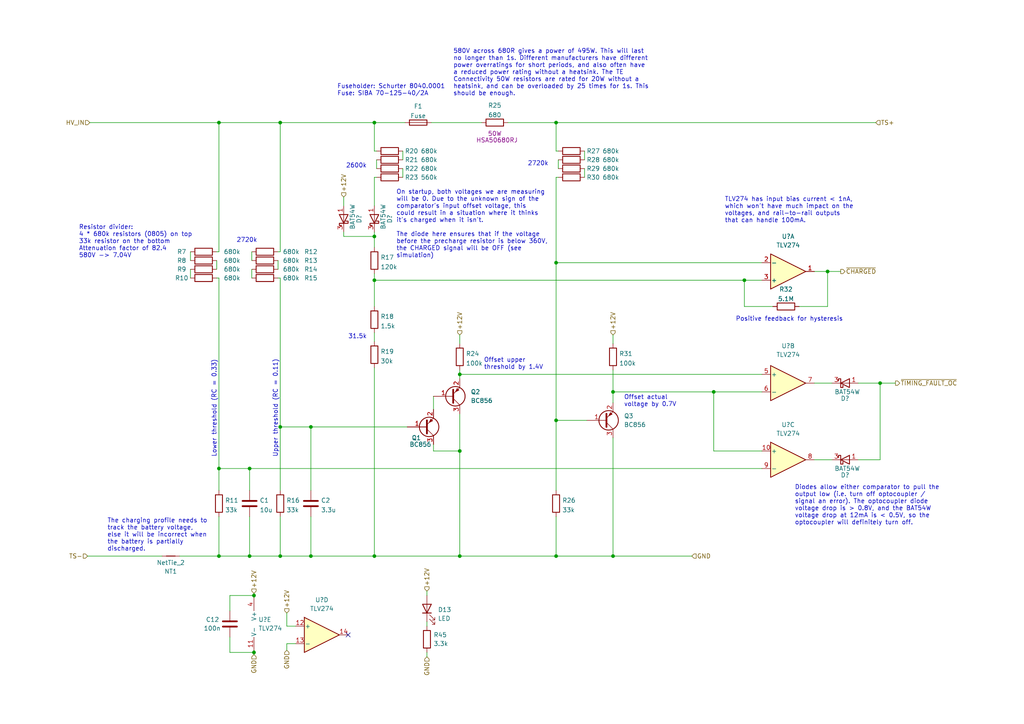
<source format=kicad_sch>
(kicad_sch (version 20211123) (generator eeschema)
  (paper "A4")
  (lib_symbols
    (symbol "Amplifier_Operational:TLC274" (pin_names (offset 0.127))
      (property "Reference" "U" (at 0 5.08 0))
      (property "Value" "TLC274" (at 0 -5.08 0))
      (symbol "TLC274_1_1"
        (polyline (pts (xy -5.08 5.08) (xy 5.08 0) (xy -5.08 -5.08) (xy -5.08 5.08)) (stroke (width 0.254)) (fill (type background)))
        (pin output line (at 7.62 0 180) (length 2.54) (name "~") (number "1"))
        (pin input line (at -7.62 -2.54 0) (length 2.54) (name "-") (number "2"))
        (pin input line (at -7.62 2.54 0) (length 2.54) (name "+") (number "3"))
      )
      (symbol "TLC274_2_1"
        (polyline (pts (xy -5.08 5.08) (xy 5.08 0) (xy -5.08 -5.08) (xy -5.08 5.08)) (stroke (width 0.254)) (fill (type background)))
        (pin input line (at -7.62 2.54 0) (length 2.54) (name "+") (number "5"))
        (pin input line (at -7.62 -2.54 0) (length 2.54) (name "-") (number "6"))
        (pin output line (at 7.62 0 180) (length 2.54) (name "~") (number "7"))
      )
      (symbol "TLC274_3_1"
        (polyline (pts (xy -5.08 5.08) (xy 5.08 0) (xy -5.08 -5.08) (xy -5.08 5.08)) (stroke (width 0.254)) (fill (type background)))
        (pin input line (at -7.62 2.54 0) (length 2.54) (name "+") (number "10"))
        (pin output line (at 7.62 0 180) (length 2.54) (name "~") (number "8"))
        (pin input line (at -7.62 -2.54 0) (length 2.54) (name "-") (number "9"))
      )
      (symbol "TLC274_4_1"
        (polyline (pts (xy -5.08 5.08) (xy 5.08 0) (xy -5.08 -5.08) (xy -5.08 5.08)) (stroke (width 0.254)) (fill (type background)))
        (pin input line (at -7.62 2.54 0) (length 2.54) (name "+") (number "12"))
        (pin input line (at -7.62 -2.54 0) (length 2.54) (name "-") (number "13"))
        (pin output line (at 7.62 0 180) (length 2.54) (name "~") (number "14"))
      )
      (symbol "TLC274_5_1"
        (pin power_in line (at -2.54 -7.62 90) (length 3.81) (name "V-") (number "11"))
        (pin power_in line (at -2.54 7.62 270) (length 3.81) (name "V+") (number "4"))
      )
    )
    (symbol "Device:C" (pin_numbers hide) (pin_names (offset 0.254))
      (property "Reference" "C" (at 0.635 2.54 0))
      (property "Value" "C" (at 0.635 -2.54 0))
      (symbol "C_0_1"
        (polyline (pts (xy -2.032 -0.762) (xy 2.032 -0.762)) (stroke (width 0.508)))
        (polyline (pts (xy -2.032 0.762) (xy 2.032 0.762)) (stroke (width 0.508)))
      )
      (symbol "C_1_1"
        (pin passive line (at 0 3.81 270) (length 2.794) (name "~") (number "1"))
        (pin passive line (at 0 -3.81 90) (length 2.794) (name "~") (number "2"))
      )
    )
    (symbol "Device:Fuse" (pin_numbers hide) (pin_names (offset 0))
      (property "Reference" "F" (at 2.032 0 90))
      (property "Value" "Fuse" (at -1.905 0 90))
      (symbol "Fuse_0_1"
        (rectangle (start -0.762 -2.54) (end 0.762 2.54) (stroke (width 0.254)))
        (polyline (pts (xy 0 2.54) (xy 0 -2.54)))
      )
      (symbol "Fuse_1_1"
        (pin passive line (at 0 3.81 270) (length 1.27) (name "~") (number "1"))
        (pin passive line (at 0 -3.81 90) (length 1.27) (name "~") (number "2"))
      )
    )
    (symbol "Device:LED" (pin_numbers hide) (pin_names (offset 1.016) hide)
      (property "Reference" "D" (at 0 2.54 0))
      (property "Value" "LED" (at 0 -2.54 0))
      (symbol "LED_0_1"
        (polyline (pts (xy -1.27 -1.27) (xy -1.27 1.27)) (stroke (width 0.254)))
        (polyline (pts (xy -1.27 0) (xy 1.27 0)))
        (polyline (pts (xy 1.27 -1.27) (xy 1.27 1.27) (xy -1.27 0) (xy 1.27 -1.27)) (stroke (width 0.254)))
        (polyline (pts (xy -3.048 -0.762) (xy -4.572 -2.286) (xy -3.81 -2.286) (xy -4.572 -2.286) (xy -4.572 -1.524)))
        (polyline (pts (xy -1.778 -0.762) (xy -3.302 -2.286) (xy -2.54 -2.286) (xy -3.302 -2.286) (xy -3.302 -1.524)))
      )
      (symbol "LED_1_1"
        (pin passive line (at -3.81 0 0) (length 2.54) (name "K") (number "1"))
        (pin passive line (at 3.81 0 180) (length 2.54) (name "A") (number "2"))
      )
    )
    (symbol "Device:NetTie_2" (pin_numbers hide) (pin_names (offset 0) hide)
      (property "Reference" "NT" (at 0 1.27 0))
      (property "Value" "NetTie_2" (at 0 -1.27 0))
      (symbol "NetTie_2_0_1"
        (polyline (pts (xy -1.27 0) (xy 1.27 0)) (stroke (width 0.254)))
      )
      (symbol "NetTie_2_1_1"
        (pin passive line (at -2.54 0 0) (length 2.54) (name "1") (number "1"))
        (pin passive line (at 2.54 0 180) (length 2.54) (name "2") (number "2"))
      )
    )
    (symbol "Device:R" (pin_numbers hide) (pin_names (offset 0))
      (property "Reference" "R" (at 2.032 0 90))
      (property "Value" "R" (at 0 0 90))
      (symbol "R_0_1"
        (rectangle (start -1.016 -2.54) (end 1.016 2.54) (stroke (width 0.254)))
      )
      (symbol "R_1_1"
        (pin passive line (at 0 3.81 270) (length 1.27) (name "~") (number "1"))
        (pin passive line (at 0 -3.81 90) (length 1.27) (name "~") (number "2"))
      )
    )
    (symbol "Diode:BAT54W" (pin_names (offset 1.016) hide)
      (property "Reference" "D" (at 0 2.54 0))
      (property "Value" "BAT54W" (at 0 -2.54 0))
      (symbol "BAT54W_0_1"
        (polyline (pts (xy 1.27 0) (xy -1.27 0)))
        (polyline (pts (xy 1.27 1.27) (xy 1.27 -1.27) (xy -1.27 0) (xy 1.27 1.27)) (stroke (width 0.254)))
        (polyline (pts (xy -1.905 0.635) (xy -1.905 1.27) (xy -1.27 1.27) (xy -1.27 -1.27) (xy -0.635 -1.27) (xy -0.635 -0.635)) (stroke (width 0.254)))
      )
      (symbol "BAT54W_1_1"
        (pin passive line (at 3.81 0 180) (length 2.54) (name "A") (number "1"))
        (pin no_connect line (at 0 0 90) (length 2.54) hide (name "NC") (number "2"))
        (pin passive line (at -3.81 0 0) (length 2.54) (name "K") (number "3"))
      )
    )
    (symbol "Transistor_BJT:BC856" (pin_names (offset 0) hide)
      (property "Reference" "Q" (at 5.08 1.905 0))
      (property "Value" "BC856" (at 5.08 0 0))
      (symbol "BC856_0_1"
        (polyline (pts (xy 0.635 0.635) (xy 2.54 2.54)))
        (polyline (pts (xy 0.635 -0.635) (xy 2.54 -2.54) (xy 2.54 -2.54)))
        (polyline (pts (xy 0.635 1.905) (xy 0.635 -1.905) (xy 0.635 -1.905)) (stroke (width 0.508)))
        (polyline (pts (xy 2.286 -1.778) (xy 1.778 -2.286) (xy 1.27 -1.27) (xy 2.286 -1.778) (xy 2.286 -1.778)) (fill (type outline)))
        (circle (center 1.27 0) (radius 2.8194) (stroke (width 0.254)))
      )
      (symbol "BC856_1_1"
        (pin input line (at -5.08 0 0) (length 5.715) (name "B") (number "1"))
        (pin passive line (at 2.54 -5.08 90) (length 2.54) (name "E") (number "2"))
        (pin passive line (at 2.54 5.08 270) (length 2.54) (name "C") (number "3"))
      )
    )
  )
  (junction (at 215.9 81.28))
  (junction (at 108.585 35.56))
  (junction (at 81.28 123.825))
  (junction (at 81.28 35.56))
  (junction (at 63.5 135.89))
  (junction (at 161.29 161.29))
  (junction (at 133.35 161.29))
  (junction (at 90.17 123.825))
  (junction (at 90.17 161.29))
  (junction (at 108.585 161.29))
  (junction (at 73.66 172.72))
  (junction (at 72.39 135.89))
  (junction (at 108.585 81.28))
  (junction (at 72.39 161.29))
  (junction (at 161.29 35.56))
  (junction (at 133.35 108.585))
  (junction (at 133.35 130.81))
  (junction (at 63.5 35.56))
  (junction (at 240.03 78.74))
  (junction (at 161.29 121.92))
  (junction (at 177.8 113.665))
  (junction (at 63.5 161.29))
  (junction (at 161.29 76.2))
  (junction (at 255.27 111.125))
  (junction (at 177.8 161.29))
  (junction (at 207.01 113.665))
  (junction (at 73.66 189.23))
  (junction (at 81.28 161.29))
  (junction (at 108.585 68.58))
  (no_connect (at 100.965 184.15))
  (wire (pts (xy 109.22 43.815) (xy 108.585 43.815)))
  (wire (pts (xy 72.39 135.89) (xy 72.39 142.24)))
  (wire (pts (xy 255.27 111.125) (xy 255.27 133.35)))
  (wire (pts (xy 63.5 80.645) (xy 63.5 135.89)))
  (wire (pts (xy 66.675 172.72) (xy 73.66 172.72)))
  (wire (pts (xy 108.585 81.28) (xy 108.585 88.9)))
  (wire (pts (xy 207.01 113.665) (xy 220.98 113.665)))
  (wire (pts (xy 73.66 172.085) (xy 73.66 172.72)))
  (wire (pts (xy 55.245 78.105) (xy 55.245 80.645)))
  (wire (pts (xy 177.8 161.29) (xy 200.66 161.29)))
  (wire (pts (xy 63.5 35.56) (xy 63.5 73.025)))
  (wire (pts (xy 66.675 184.785) (xy 66.675 189.23)))
  (wire (pts (xy 133.35 107.315) (xy 133.35 108.585)))
  (wire (pts (xy 99.695 68.58) (xy 108.585 68.58)))
  (wire (pts (xy 123.825 171.45) (xy 123.825 172.72)))
  (wire (pts (xy 63.5 135.89) (xy 63.5 142.24)))
  (wire (pts (xy 99.695 57.15) (xy 99.695 59.69)))
  (wire (pts (xy 66.675 177.165) (xy 66.675 172.72)))
  (wire (pts (xy 90.17 123.825) (xy 118.11 123.825)))
  (wire (pts (xy 108.585 81.28) (xy 215.9 81.28)))
  (wire (pts (xy 161.29 121.92) (xy 170.18 121.92)))
  (wire (pts (xy 83.185 186.69) (xy 83.185 188.595)))
  (wire (pts (xy 224.155 88.9) (xy 215.9 88.9)))
  (wire (pts (xy 133.35 130.81) (xy 133.35 161.29)))
  (wire (pts (xy 108.585 68.58) (xy 108.585 71.755)))
  (wire (pts (xy 161.29 161.29) (xy 177.8 161.29)))
  (wire (pts (xy 177.8 107.315) (xy 177.8 113.665)))
  (wire (pts (xy 108.585 79.375) (xy 108.585 81.28)))
  (wire (pts (xy 123.825 180.34) (xy 123.825 181.61)))
  (wire (pts (xy 169.545 43.815) (xy 169.545 46.355)))
  (wire (pts (xy 55.245 73.025) (xy 55.245 75.565)))
  (wire (pts (xy 73.66 188.595) (xy 73.66 189.23)))
  (wire (pts (xy 125.095 35.56) (xy 139.7 35.56)))
  (wire (pts (xy 161.29 51.435) (xy 161.925 51.435)))
  (wire (pts (xy 240.03 88.9) (xy 240.03 78.74)))
  (wire (pts (xy 72.39 161.29) (xy 81.28 161.29)))
  (wire (pts (xy 248.92 111.125) (xy 255.27 111.125)))
  (wire (pts (xy 83.185 177.8) (xy 83.185 181.61)))
  (wire (pts (xy 109.22 46.355) (xy 109.22 48.895)))
  (wire (pts (xy 85.725 186.69) (xy 83.185 186.69)))
  (wire (pts (xy 259.715 111.125) (xy 255.27 111.125)))
  (wire (pts (xy 81.28 161.29) (xy 90.17 161.29)))
  (wire (pts (xy 81.28 35.56) (xy 108.585 35.56)))
  (wire (pts (xy 81.28 80.645) (xy 81.28 123.825)))
  (wire (pts (xy 63.5 135.89) (xy 72.39 135.89)))
  (wire (pts (xy 123.825 189.23) (xy 123.825 190.5)))
  (wire (pts (xy 220.98 130.81) (xy 207.01 130.81)))
  (wire (pts (xy 108.585 96.52) (xy 108.585 99.06)))
  (wire (pts (xy 108.585 67.31) (xy 108.585 68.58)))
  (wire (pts (xy 81.28 123.825) (xy 81.28 142.24)))
  (wire (pts (xy 236.22 78.74) (xy 240.03 78.74)))
  (wire (pts (xy 161.29 35.56) (xy 254 35.56)))
  (wire (pts (xy 161.29 35.56) (xy 161.29 43.815)))
  (wire (pts (xy 108.585 51.435) (xy 109.22 51.435)))
  (wire (pts (xy 25.4 161.29) (xy 46.99 161.29)))
  (wire (pts (xy 81.28 80.645) (xy 80.645 80.645)))
  (wire (pts (xy 116.84 43.815) (xy 116.84 46.355)))
  (wire (pts (xy 63.5 161.29) (xy 72.39 161.29)))
  (wire (pts (xy 133.35 130.81) (xy 125.73 130.81)))
  (wire (pts (xy 116.84 48.895) (xy 116.84 51.435)))
  (wire (pts (xy 90.17 149.86) (xy 90.17 161.29)))
  (wire (pts (xy 231.775 88.9) (xy 240.03 88.9)))
  (wire (pts (xy 177.8 127) (xy 177.8 161.29)))
  (wire (pts (xy 207.01 113.665) (xy 207.01 130.81)))
  (wire (pts (xy 177.8 113.665) (xy 207.01 113.665)))
  (wire (pts (xy 125.73 128.905) (xy 125.73 130.81)))
  (wire (pts (xy 108.585 35.56) (xy 117.475 35.56)))
  (wire (pts (xy 177.8 113.665) (xy 177.8 116.84)))
  (wire (pts (xy 133.35 108.585) (xy 220.98 108.585)))
  (wire (pts (xy 90.17 161.29) (xy 108.585 161.29)))
  (wire (pts (xy 80.645 75.565) (xy 80.645 78.105)))
  (wire (pts (xy 81.28 123.825) (xy 90.17 123.825)))
  (wire (pts (xy 62.865 75.565) (xy 62.865 78.105)))
  (wire (pts (xy 108.585 35.56) (xy 108.585 43.815)))
  (wire (pts (xy 63.5 149.86) (xy 63.5 161.29)))
  (wire (pts (xy 248.92 133.35) (xy 255.27 133.35)))
  (wire (pts (xy 161.29 51.435) (xy 161.29 76.2)))
  (wire (pts (xy 133.35 97.155) (xy 133.35 99.695)))
  (wire (pts (xy 63.5 80.645) (xy 62.865 80.645)))
  (wire (pts (xy 81.28 35.56) (xy 81.28 73.025)))
  (wire (pts (xy 72.39 135.89) (xy 220.98 135.89)))
  (wire (pts (xy 236.22 133.35) (xy 241.3 133.35)))
  (wire (pts (xy 161.29 149.86) (xy 161.29 161.29)))
  (wire (pts (xy 26.035 35.56) (xy 63.5 35.56)))
  (wire (pts (xy 147.32 35.56) (xy 161.29 35.56)))
  (wire (pts (xy 62.865 73.025) (xy 63.5 73.025)))
  (wire (pts (xy 161.925 43.815) (xy 161.29 43.815)))
  (wire (pts (xy 125.73 114.935) (xy 125.73 118.745)))
  (wire (pts (xy 161.925 46.355) (xy 161.925 48.895)))
  (wire (pts (xy 215.9 81.28) (xy 220.98 81.28)))
  (wire (pts (xy 133.35 108.585) (xy 133.35 109.855)))
  (wire (pts (xy 90.17 123.825) (xy 90.17 142.24)))
  (wire (pts (xy 161.29 121.92) (xy 161.29 142.24)))
  (wire (pts (xy 99.695 67.31) (xy 99.695 68.58)))
  (wire (pts (xy 169.545 48.895) (xy 169.545 51.435)))
  (wire (pts (xy 236.22 111.125) (xy 241.3 111.125)))
  (wire (pts (xy 80.645 73.025) (xy 81.28 73.025)))
  (wire (pts (xy 73.66 172.72) (xy 73.66 173.355)))
  (wire (pts (xy 133.35 161.29) (xy 108.585 161.29)))
  (wire (pts (xy 215.9 88.9) (xy 215.9 81.28)))
  (wire (pts (xy 240.03 78.74) (xy 243.84 78.74)))
  (wire (pts (xy 161.29 76.2) (xy 220.98 76.2)))
  (wire (pts (xy 63.5 35.56) (xy 81.28 35.56)))
  (wire (pts (xy 161.29 76.2) (xy 161.29 121.92)))
  (wire (pts (xy 73.66 189.23) (xy 73.66 189.865)))
  (wire (pts (xy 72.39 149.86) (xy 72.39 161.29)))
  (wire (pts (xy 66.675 189.23) (xy 73.66 189.23)))
  (wire (pts (xy 73.025 78.105) (xy 73.025 80.645)))
  (wire (pts (xy 52.07 161.29) (xy 63.5 161.29)))
  (wire (pts (xy 85.725 181.61) (xy 83.185 181.61)))
  (wire (pts (xy 108.585 106.68) (xy 108.585 161.29)))
  (wire (pts (xy 81.28 149.86) (xy 81.28 161.29)))
  (wire (pts (xy 73.025 73.025) (xy 73.025 75.565)))
  (wire (pts (xy 108.585 59.69) (xy 108.585 51.435)))
  (wire (pts (xy 177.8 97.155) (xy 177.8 99.695)))
  (wire (pts (xy 161.29 161.29) (xy 133.35 161.29)))
  (wire (pts (xy 133.35 120.015) (xy 133.35 130.81)))
  (text "Resistor divider:\n4 * 680k resistors (0805) on top\n33k resistor on the bottom\nAttenuation factor of 82.4\n580V -> 7.04V" (at 22.86 74.93 0) (effects (font (size 1.27 1.27)) (justify left bottom)))
  (text "On startup, both voltages we are measuring\nwill be 0. Due to the unknown sign of the\ncomparator's input offset voltage, this\ncould result in a situation where it thinks\nit's charged when it isn't.\n\nThe diode here ensures that if the voltage\nbefore the precharge resistor is below 360V,\nthe CHARGED signal will be OFF (see\nsimulation)" (at 114.935 74.93 0) (effects (font (size 1.27 1.27)) (justify left bottom)))
  (text "Diodes allow either comparator to pull the\noutput low (i.e. turn off optocoupler / \nsignal an error). The optocoupler diode\nvoltage drop is > 0.8V, and the BAT54W\nvoltage drop at 12mA is < 0.5V, so the\noptocoupler will definitely turn off." (at 230.505 152.4 0) (effects (font (size 1.27 1.27)) (justify left bottom)))
  (text "TLV274 has input bias current < 1nA,\nwhich won't have much impact on the\nvoltages, and rail-to-rail outputs\nthat can handle 100mA." (at 210.185 64.77 0) (effects (font (size 1.27 1.27)) (justify left bottom)))
  (text "Offset actual\nvoltage by 0.7V" (at 180.975 118.11 0) (effects (font (size 1.27 1.27)) (justify left bottom)))
  (text "Fuseholder: Schurter 8040.0001\nFuse: SIBA 70-125-40/2A" (at 97.79 27.94 0) (effects (font (size 1.27 1.27)) (justify left bottom)))
  (text "Upper threshold (RC = 0.11)" (at 80.645 132.715 90) (effects (font (size 1.27 1.27)) (justify left bottom)))
  (text "31.5k" (at 100.965 98.425 0) (effects (font (size 1.27 1.27)) (justify left bottom)))
  (text "2720k" (at 68.58 70.485 0) (effects (font (size 1.27 1.27)) (justify left bottom)))
  (text "Lower threshold (RC = 0.33)" (at 62.865 132.715 90) (effects (font (size 1.27 1.27)) (justify left bottom)))
  (text "2720k" (at 153.035 48.26 0) (effects (font (size 1.27 1.27)) (justify left bottom)))
  (text "Offset upper \nthreshold by 1.4V" (at 140.335 107.315 0) (effects (font (size 1.27 1.27)) (justify left bottom)))
  (text "The charging profile needs to\ntrack the battery voltage,\nelse it will be incorrect when\nthe battery is partially\ndischarged." (at 31.115 160.02 0) (effects (font (size 1.27 1.27)) (justify left bottom)))
  (text "580V across 680R gives a power of 495W. This will last\nno longer than 1s. Different manufacturers have different\npower overratings for short periods, and also often have\na reduced power rating without a heatsink. The TE\nConnectivity 50W resistors are rated for 20W without a\nheatsink, and can be overloaded by 25 times for 1s. This\nshould be enough." (at 131.445 27.94 0) (effects (font (size 1.27 1.27)) (justify left bottom)))
  (text "2600k" (at 100.33 48.895 0) (effects (font (size 1.27 1.27)) (justify left bottom)))
  (text "Positive feedback for hysteresis" (at 213.36 93.345 0) (effects (font (size 1.27 1.27)) (justify left bottom)))
  (hierarchical_label "~{CHARGED}" (shape output) (at 243.84 78.74 0))
  (hierarchical_label "HV_IN" (shape input) (at 26.035 35.56 180))
  (hierarchical_label "GND" (shape input) (at 73.66 189.865 270))
  (hierarchical_label "+12V" (shape input) (at 123.825 171.45 90))
  (hierarchical_label "GND" (shape input) (at 83.185 188.595 270))
  (hierarchical_label "+12V" (shape input) (at 133.35 97.155 90))
  (hierarchical_label "GND" (shape input) (at 123.825 190.5 270))
  (hierarchical_label "TS+" (shape input) (at 254 35.56 0))
  (hierarchical_label "~{TIMING_FAULT_OC}" (shape output) (at 259.715 111.125 0))
  (hierarchical_label "+12V" (shape input) (at 83.185 177.8 90))
  (hierarchical_label "+12V" (shape input) (at 99.695 57.15 90))
  (hierarchical_label "TS-" (shape input) (at 25.4 161.29 180))
  (hierarchical_label "GND" (shape input) (at 200.66 161.29 0))
  (hierarchical_label "+12V" (shape input) (at 177.8 97.155 90))
  (hierarchical_label "+12V" (shape input) (at 73.66 172.085 90))
  (symbol (lib_id "Device:C") (at 66.675 180.975 0) (unit 1)
    (property "Reference" "C12" (at 59.69 179.705 0) (effects (justify left)))
    (property "Value" "100n" (at 59.055 182.245 0) (effects (justify left)))
  )
  (symbol (lib_id "Device:R") (at 143.51 35.56 270) (unit 1)
    (property "Reference" "R25" (at 143.51 30.5775 90))
    (property "Value" "680" (at 143.51 33.3526 90))
    (property "Power" "50W" (at 143.51 38.735 90))
    (property "MPN" "HSA50680RJ" (at 144.145 40.64 90))
  )
  (symbol (lib_id "Device:R") (at 108.585 75.565 0) (unit 1)
    (property "Reference" "R17" (at 110.363 74.6565 0) (effects (justify left)))
    (property "Value" "120k" (at 110.363 77.4316 0) (effects (justify left)))
  )
  (symbol (lib_id "Amplifier_Operational:TLC274") (at 228.6 111.125 0) (unit 2)
    (property "Reference" "U?" (at 228.6 100.33 0))
    (property "Value" "TLV274" (at 228.6 102.87 0))
  )
  (symbol (lib_id "Device:R") (at 165.735 48.895 90) (unit 1)
    (property "Reference" "R29" (at 172.085 48.895 90))
    (property "Value" "680k" (at 177.165 48.895 90))
  )
  (symbol (lib_id "Device:R") (at 165.735 46.355 90) (unit 1)
    (property "Reference" "R28" (at 172.085 46.355 90))
    (property "Value" "680k" (at 177.165 46.355 90))
  )
  (symbol (lib_id "Device:R") (at 108.585 102.87 0) (unit 1)
    (property "Reference" "R19" (at 110.363 101.9615 0) (effects (justify left)))
    (property "Value" "30k" (at 110.363 104.7366 0) (effects (justify left)))
  )
  (symbol (lib_id "Device:R") (at 81.28 146.05 0) (unit 1)
    (property "Reference" "R16" (at 83.058 145.1415 0) (effects (justify left)))
    (property "Value" "33k" (at 83.058 147.9166 0) (effects (justify left)))
  )
  (symbol (lib_id "Device:R") (at 227.965 88.9 90) (unit 1)
    (property "Reference" "R32" (at 227.965 83.9175 90))
    (property "Value" "5.1M" (at 227.965 86.6926 90))
  )
  (symbol (lib_id "Amplifier_Operational:TLC274") (at 228.6 133.35 0) (unit 3)
    (property "Reference" "U?" (at 228.6 123.19 0))
    (property "Value" "TLV274" (at 228.6 125.73 0))
  )
  (symbol (lib_id "Device:R") (at 113.03 48.895 90) (unit 1)
    (property "Reference" "R22" (at 119.38 48.895 90))
    (property "Value" "680k" (at 124.46 48.895 90))
  )
  (symbol (lib_id "Transistor_BJT:BC856") (at 130.81 114.935 0) (mirror x) (unit 1)
    (property "Reference" "Q2" (at 136.525 113.6649 0) (effects (justify left)))
    (property "Value" "BC856" (at 136.525 116.2049 0) (effects (justify left)))
    (property "Footprint" "Package_TO_SOT_SMD:SOT-23" (effects hide))
    (property "Datasheet" "https://www.onsemi.com/pub/Collateral/BC860-D.pdf" (effects hide))
  )
  (symbol (lib_id "Device:R") (at 165.735 51.435 90) (unit 1)
    (property "Reference" "R30" (at 172.085 51.435 90))
    (property "Value" "680k" (at 177.165 51.435 90))
  )
  (symbol (lib_id "Diode:BAT54W") (at 245.11 133.35 0) (unit 1)
    (property "Reference" "D?" (at 245.11 137.795 0))
    (property "Value" "BAT54W" (at 245.745 135.89 0))
    (property "Footprint" "Package_TO_SOT_SMD:SOT-323_SC-70" (effects hide))
    (property "Datasheet" "https://assets.nexperia.com/documents/data-sheet/BAT54W_SER.pdf" (effects hide))
  )
  (symbol (lib_id "Device:R") (at 76.835 80.645 270) (mirror x) (unit 1)
    (property "Reference" "R15" (at 90.17 80.645 90))
    (property "Value" "680k" (at 84.455 80.645 90))
  )
  (symbol (lib_id "Device:R") (at 76.835 73.025 270) (mirror x) (unit 1)
    (property "Reference" "R12" (at 90.17 73.025 90))
    (property "Value" "680k" (at 84.455 73.025 90))
  )
  (symbol (lib_id "Device:R") (at 177.8 103.505 0) (unit 1)
    (property "Reference" "R31" (at 179.578 102.5965 0) (effects (justify left)))
    (property "Value" "100k" (at 179.578 105.3716 0) (effects (justify left)))
  )
  (symbol (lib_id "Transistor_BJT:BC856") (at 123.19 123.825 0) (mirror x) (unit 1)
    (property "Reference" "Q1" (at 119.38 127 0) (effects (justify left)))
    (property "Value" "BC856" (at 118.745 128.905 0) (effects (justify left)))
    (property "Footprint" "Package_TO_SOT_SMD:SOT-23" (effects hide))
    (property "Datasheet" "https://www.onsemi.com/pub/Collateral/BC860-D.pdf" (effects hide))
  )
  (symbol (lib_id "Transistor_BJT:BC856") (at 175.26 121.92 0) (mirror x) (unit 1)
    (property "Reference" "Q3" (at 180.975 120.6499 0) (effects (justify left)))
    (property "Value" "BC856" (at 180.975 123.1899 0) (effects (justify left)))
    (property "Footprint" "Package_TO_SOT_SMD:SOT-23" (effects hide))
    (property "Datasheet" "https://www.onsemi.com/pub/Collateral/BC860-D.pdf" (effects hide))
  )
  (symbol (lib_id "Device:C") (at 72.39 146.05 0) (unit 1)
    (property "Reference" "C1" (at 75.311 145.1415 0) (effects (justify left)))
    (property "Value" "10u" (at 75.311 147.9166 0) (effects (justify left)))
  )
  (symbol (lib_id "Device:NetTie_2") (at 49.53 161.29 180) (unit 1)
    (property "Reference" "NT1" (at 49.53 165.735 0))
    (property "Value" "NetTie_2" (at 49.53 163.195 0))
  )
  (symbol (lib_id "Device:R") (at 113.03 43.815 90) (unit 1)
    (property "Reference" "R20" (at 119.38 43.815 90))
    (property "Value" "680k" (at 124.46 43.815 90))
  )
  (symbol (lib_id "Device:R") (at 59.055 75.565 270) (mirror x) (unit 1)
    (property "Reference" "R8" (at 52.705 75.565 90))
    (property "Value" "680k" (at 67.31 75.565 90))
  )
  (symbol (lib_id "Device:Fuse") (at 121.285 35.56 90) (unit 1)
    (property "Reference" "F1" (at 121.285 30.8315 90))
    (property "Value" "Fuse" (at 121.285 33.6066 90))
  )
  (symbol (lib_id "Device:R") (at 76.835 75.565 270) (mirror x) (unit 1)
    (property "Reference" "R13" (at 90.17 75.565 90))
    (property "Value" "680k" (at 84.455 75.565 90))
  )
  (symbol (lib_id "Device:R") (at 113.03 46.355 90) (unit 1)
    (property "Reference" "R21" (at 119.38 46.355 90))
    (property "Value" "680k" (at 124.46 46.355 90))
  )
  (symbol (lib_id "Device:R") (at 123.825 185.42 0) (unit 1)
    (property "Reference" "R45" (at 125.73 184.1499 0) (effects (justify left)))
    (property "Value" "3.3k" (at 125.73 186.6899 0) (effects (justify left)))
  )
  (symbol (lib_id "Device:R") (at 63.5 146.05 0) (unit 1)
    (property "Reference" "R11" (at 65.278 145.1415 0) (effects (justify left)))
    (property "Value" "33k" (at 65.278 147.9166 0) (effects (justify left)))
  )
  (symbol (lib_id "Amplifier_Operational:TLC274") (at 76.2 180.975 0) (unit 5)
    (property "Reference" "U?" (at 74.93 179.7049 0) (effects (justify left)))
    (property "Value" "TLV274" (at 74.93 182.2449 0) (effects (justify left)))
  )
  (symbol (lib_id "Amplifier_Operational:TLC274") (at 93.345 184.15 0) (unit 4)
    (property "Reference" "U?" (at 93.345 173.99 0))
    (property "Value" "TLV274" (at 93.345 176.53 0))
  )
  (symbol (lib_id "Device:R") (at 76.835 78.105 270) (mirror x) (unit 1)
    (property "Reference" "R14" (at 90.17 78.105 90))
    (property "Value" "680k" (at 84.455 78.105 90))
  )
  (symbol (lib_id "Diode:BAT54W") (at 99.695 63.5 90) (unit 1)
    (property "Reference" "D?" (at 104.14 63.5 0))
    (property "Value" "BAT54W" (at 102.235 62.865 0))
    (property "Footprint" "Package_TO_SOT_SMD:SOT-323_SC-70" (effects hide))
    (property "Datasheet" "https://assets.nexperia.com/documents/data-sheet/BAT54W_SER.pdf" (effects hide))
  )
  (symbol (lib_id "Device:R") (at 113.03 51.435 90) (unit 1)
    (property "Reference" "R23" (at 119.38 51.435 90))
    (property "Value" "560k" (at 124.46 51.435 90))
  )
  (symbol (lib_id "Device:R") (at 165.735 43.815 90) (unit 1)
    (property "Reference" "R27" (at 172.085 43.815 90))
    (property "Value" "680k" (at 177.165 43.815 90))
  )
  (symbol (lib_id "Device:C") (at 90.17 146.05 0) (unit 1)
    (property "Reference" "C2" (at 93.091 145.1415 0) (effects (justify left)))
    (property "Value" "3.3u" (at 93.091 147.9166 0) (effects (justify left)))
  )
  (symbol (lib_id "Device:R") (at 133.35 103.505 0) (unit 1)
    (property "Reference" "R24" (at 135.128 102.5965 0) (effects (justify left)))
    (property "Value" "100k" (at 135.128 105.3716 0) (effects (justify left)))
  )
  (symbol (lib_id "Device:R") (at 59.055 73.025 270) (mirror x) (unit 1)
    (property "Reference" "R7" (at 52.705 73.025 90))
    (property "Value" "680k" (at 67.31 73.025 90))
  )
  (symbol (lib_id "Device:LED") (at 123.825 176.53 90) (unit 1)
    (property "Reference" "D13" (at 127 176.8474 90) (effects (justify right)))
    (property "Value" "LED" (at 127 179.3874 90) (effects (justify right)))
  )
  (symbol (lib_id "Device:R") (at 59.055 78.105 270) (mirror x) (unit 1)
    (property "Reference" "R9" (at 52.705 78.105 90))
    (property "Value" "680k" (at 67.31 78.105 90))
  )
  (symbol (lib_id "Device:R") (at 59.055 80.645 270) (mirror x) (unit 1)
    (property "Reference" "R10" (at 52.705 80.645 90))
    (property "Value" "680k" (at 67.31 80.645 90))
  )
  (symbol (lib_id "Diode:BAT54W") (at 108.585 63.5 90) (unit 1)
    (property "Reference" "D?" (at 113.03 63.5 0))
    (property "Value" "BAT54W" (at 111.125 62.865 0))
    (property "Footprint" "Package_TO_SOT_SMD:SOT-323_SC-70" (effects hide))
    (property "Datasheet" "https://assets.nexperia.com/documents/data-sheet/BAT54W_SER.pdf" (effects hide))
  )
  (symbol (lib_id "Device:R") (at 108.585 92.71 0) (unit 1)
    (property "Reference" "R18" (at 110.363 91.8015 0) (effects (justify left)))
    (property "Value" "1.5k" (at 110.363 94.5766 0) (effects (justify left)))
  )
  (symbol (lib_id "Amplifier_Operational:TLC274") (at 228.6 78.74 0) (mirror x) (unit 1)
    (property "Reference" "U?" (at 228.6 68.58 0))
    (property "Value" "TLV274" (at 228.6 71.12 0))
  )
  (symbol (lib_id "Device:R") (at 161.29 146.05 0) (unit 1)
    (property "Reference" "R26" (at 163.068 145.1415 0) (effects (justify left)))
    (property "Value" "33k" (at 163.068 147.9166 0) (effects (justify left)))
  )
  (symbol (lib_id "Diode:BAT54W") (at 245.11 111.125 0) (unit 1)
    (property "Reference" "D?" (at 245.11 115.57 0))
    (property "Value" "BAT54W" (at 245.745 113.665 0))
    (property "Footprint" "Package_TO_SOT_SMD:SOT-323_SC-70" (effects hide))
    (property "Datasheet" "https://assets.nexperia.com/documents/data-sheet/BAT54W_SER.pdf" (effects hide))
  )
)
</source>
